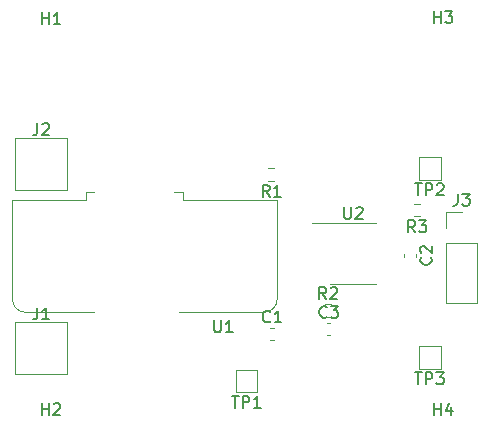
<source format=gbr>
G04 #@! TF.GenerationSoftware,KiCad,Pcbnew,(5.0.2)-1*
G04 #@! TF.CreationDate,2021-01-16T16:16:25+09:00*
G04 #@! TF.ProjectId,LEMCurrentSensor,4c454d43-7572-4726-956e-7453656e736f,rev?*
G04 #@! TF.SameCoordinates,Original*
G04 #@! TF.FileFunction,Legend,Top*
G04 #@! TF.FilePolarity,Positive*
%FSLAX46Y46*%
G04 Gerber Fmt 4.6, Leading zero omitted, Abs format (unit mm)*
G04 Created by KiCad (PCBNEW (5.0.2)-1) date 2021/01/16 16:16:25*
%MOMM*%
%LPD*%
G01*
G04 APERTURE LIST*
%ADD10C,0.120000*%
%ADD11C,0.150000*%
G04 APERTURE END LIST*
D10*
G04 #@! TO.C,U1*
X71350000Y-34640000D02*
X65150000Y-34640000D01*
X79570000Y-33940000D02*
X78850000Y-33940000D01*
X72070000Y-44160000D02*
X66260000Y-44160000D01*
X65150000Y-43050000D02*
G75*
G03X66260000Y-44160000I1110000J0D01*
G01*
X87570000Y-43050000D02*
G75*
G02X86460000Y-44160000I-1110000J0D01*
G01*
X71350000Y-33940000D02*
X71350000Y-34640000D01*
X79570000Y-33940000D02*
X79570000Y-34640000D01*
X87570000Y-34640000D02*
X87570000Y-43040000D01*
X65150000Y-34640000D02*
X65150000Y-43050000D01*
X87570000Y-34640000D02*
X79570000Y-34640000D01*
X72080000Y-33940000D02*
X71350000Y-33940000D01*
X86450000Y-44160000D02*
X79220000Y-44160000D01*
G04 #@! TO.C,C1*
X86991233Y-46510000D02*
X87283767Y-46510000D01*
X86991233Y-45490000D02*
X87283767Y-45490000D01*
G04 #@! TO.C,C2*
X99310000Y-39191233D02*
X99310000Y-39483767D01*
X98290000Y-39191233D02*
X98290000Y-39483767D01*
G04 #@! TO.C,C3*
X91791233Y-45090000D02*
X92083767Y-45090000D01*
X91791233Y-46110000D02*
X92083767Y-46110000D01*
G04 #@! TO.C,J2*
X65400000Y-29400000D02*
X69800000Y-29400000D01*
X69800000Y-29400000D02*
X69800000Y-33800000D01*
X69800000Y-33800000D02*
X65400000Y-33800000D01*
X65400000Y-33800000D02*
X65400000Y-29400000D01*
G04 #@! TO.C,J3*
X101870000Y-43410000D02*
X104530000Y-43410000D01*
X101870000Y-38270000D02*
X101870000Y-43410000D01*
X104530000Y-38270000D02*
X104530000Y-43410000D01*
X101870000Y-38270000D02*
X104530000Y-38270000D01*
X101870000Y-37000000D02*
X101870000Y-35670000D01*
X101870000Y-35670000D02*
X103200000Y-35670000D01*
G04 #@! TO.C,R1*
X87342224Y-33022500D02*
X86832776Y-33022500D01*
X87342224Y-31977500D02*
X86832776Y-31977500D01*
G04 #@! TO.C,R2*
X91632776Y-43477500D02*
X92142224Y-43477500D01*
X91632776Y-44522500D02*
X92142224Y-44522500D01*
G04 #@! TO.C,R3*
X99667224Y-34977500D02*
X99157776Y-34977500D01*
X99667224Y-36022500D02*
X99157776Y-36022500D01*
G04 #@! TO.C,TP1*
X85900000Y-49050000D02*
X84050000Y-49050000D01*
X85900000Y-49100000D02*
X85900000Y-49050000D01*
X85900000Y-50950000D02*
X85900000Y-49100000D01*
X84050000Y-50950000D02*
X85900000Y-50950000D01*
X84050000Y-49050000D02*
X84050000Y-50950000D01*
G04 #@! TO.C,TP2*
X99550000Y-31050000D02*
X99550000Y-32950000D01*
X99550000Y-32950000D02*
X101400000Y-32950000D01*
X101400000Y-32950000D02*
X101400000Y-31100000D01*
X101400000Y-31100000D02*
X101400000Y-31050000D01*
X101400000Y-31050000D02*
X99550000Y-31050000D01*
G04 #@! TO.C,J1*
X65400000Y-45000000D02*
X69800000Y-45000000D01*
X69800000Y-45000000D02*
X69800000Y-49400000D01*
X69800000Y-49400000D02*
X65400000Y-49400000D01*
X65400000Y-49400000D02*
X65400000Y-45000000D01*
G04 #@! TO.C,U2*
X94000000Y-41760000D02*
X95950000Y-41760000D01*
X94000000Y-41760000D02*
X92050000Y-41760000D01*
X94000000Y-36640000D02*
X95950000Y-36640000D01*
X94000000Y-36640000D02*
X90550000Y-36640000D01*
G04 #@! TO.C,TP3*
X99550000Y-47050000D02*
X99550000Y-48950000D01*
X99550000Y-48950000D02*
X101400000Y-48950000D01*
X101400000Y-48950000D02*
X101400000Y-47100000D01*
X101400000Y-47100000D02*
X101400000Y-47050000D01*
X101400000Y-47050000D02*
X99550000Y-47050000D01*
G04 #@! TO.C,U1*
D11*
X82238095Y-44852380D02*
X82238095Y-45661904D01*
X82285714Y-45757142D01*
X82333333Y-45804761D01*
X82428571Y-45852380D01*
X82619047Y-45852380D01*
X82714285Y-45804761D01*
X82761904Y-45757142D01*
X82809523Y-45661904D01*
X82809523Y-44852380D01*
X83809523Y-45852380D02*
X83238095Y-45852380D01*
X83523809Y-45852380D02*
X83523809Y-44852380D01*
X83428571Y-44995238D01*
X83333333Y-45090476D01*
X83238095Y-45138095D01*
G04 #@! TO.C,C1*
X86970833Y-44927142D02*
X86923214Y-44974761D01*
X86780357Y-45022380D01*
X86685119Y-45022380D01*
X86542261Y-44974761D01*
X86447023Y-44879523D01*
X86399404Y-44784285D01*
X86351785Y-44593809D01*
X86351785Y-44450952D01*
X86399404Y-44260476D01*
X86447023Y-44165238D01*
X86542261Y-44070000D01*
X86685119Y-44022380D01*
X86780357Y-44022380D01*
X86923214Y-44070000D01*
X86970833Y-44117619D01*
X87923214Y-45022380D02*
X87351785Y-45022380D01*
X87637500Y-45022380D02*
X87637500Y-44022380D01*
X87542261Y-44165238D01*
X87447023Y-44260476D01*
X87351785Y-44308095D01*
G04 #@! TO.C,C2*
X100587142Y-39504166D02*
X100634761Y-39551785D01*
X100682380Y-39694642D01*
X100682380Y-39789880D01*
X100634761Y-39932738D01*
X100539523Y-40027976D01*
X100444285Y-40075595D01*
X100253809Y-40123214D01*
X100110952Y-40123214D01*
X99920476Y-40075595D01*
X99825238Y-40027976D01*
X99730000Y-39932738D01*
X99682380Y-39789880D01*
X99682380Y-39694642D01*
X99730000Y-39551785D01*
X99777619Y-39504166D01*
X99777619Y-39123214D02*
X99730000Y-39075595D01*
X99682380Y-38980357D01*
X99682380Y-38742261D01*
X99730000Y-38647023D01*
X99777619Y-38599404D01*
X99872857Y-38551785D01*
X99968095Y-38551785D01*
X100110952Y-38599404D01*
X100682380Y-39170833D01*
X100682380Y-38551785D01*
G04 #@! TO.C,C3*
X91770833Y-44527142D02*
X91723214Y-44574761D01*
X91580357Y-44622380D01*
X91485119Y-44622380D01*
X91342261Y-44574761D01*
X91247023Y-44479523D01*
X91199404Y-44384285D01*
X91151785Y-44193809D01*
X91151785Y-44050952D01*
X91199404Y-43860476D01*
X91247023Y-43765238D01*
X91342261Y-43670000D01*
X91485119Y-43622380D01*
X91580357Y-43622380D01*
X91723214Y-43670000D01*
X91770833Y-43717619D01*
X92104166Y-43622380D02*
X92723214Y-43622380D01*
X92389880Y-44003333D01*
X92532738Y-44003333D01*
X92627976Y-44050952D01*
X92675595Y-44098571D01*
X92723214Y-44193809D01*
X92723214Y-44431904D01*
X92675595Y-44527142D01*
X92627976Y-44574761D01*
X92532738Y-44622380D01*
X92247023Y-44622380D01*
X92151785Y-44574761D01*
X92104166Y-44527142D01*
G04 #@! TO.C,J2*
X67266666Y-28154380D02*
X67266666Y-28868666D01*
X67219047Y-29011523D01*
X67123809Y-29106761D01*
X66980952Y-29154380D01*
X66885714Y-29154380D01*
X67695238Y-28249619D02*
X67742857Y-28202000D01*
X67838095Y-28154380D01*
X68076190Y-28154380D01*
X68171428Y-28202000D01*
X68219047Y-28249619D01*
X68266666Y-28344857D01*
X68266666Y-28440095D01*
X68219047Y-28582952D01*
X67647619Y-29154380D01*
X68266666Y-29154380D01*
G04 #@! TO.C,J3*
X102866666Y-34122380D02*
X102866666Y-34836666D01*
X102819047Y-34979523D01*
X102723809Y-35074761D01*
X102580952Y-35122380D01*
X102485714Y-35122380D01*
X103247619Y-34122380D02*
X103866666Y-34122380D01*
X103533333Y-34503333D01*
X103676190Y-34503333D01*
X103771428Y-34550952D01*
X103819047Y-34598571D01*
X103866666Y-34693809D01*
X103866666Y-34931904D01*
X103819047Y-35027142D01*
X103771428Y-35074761D01*
X103676190Y-35122380D01*
X103390476Y-35122380D01*
X103295238Y-35074761D01*
X103247619Y-35027142D01*
G04 #@! TO.C,R1*
X86920833Y-34382380D02*
X86587500Y-33906190D01*
X86349404Y-34382380D02*
X86349404Y-33382380D01*
X86730357Y-33382380D01*
X86825595Y-33430000D01*
X86873214Y-33477619D01*
X86920833Y-33572857D01*
X86920833Y-33715714D01*
X86873214Y-33810952D01*
X86825595Y-33858571D01*
X86730357Y-33906190D01*
X86349404Y-33906190D01*
X87873214Y-34382380D02*
X87301785Y-34382380D01*
X87587500Y-34382380D02*
X87587500Y-33382380D01*
X87492261Y-33525238D01*
X87397023Y-33620476D01*
X87301785Y-33668095D01*
G04 #@! TO.C,R2*
X91720833Y-43022380D02*
X91387500Y-42546190D01*
X91149404Y-43022380D02*
X91149404Y-42022380D01*
X91530357Y-42022380D01*
X91625595Y-42070000D01*
X91673214Y-42117619D01*
X91720833Y-42212857D01*
X91720833Y-42355714D01*
X91673214Y-42450952D01*
X91625595Y-42498571D01*
X91530357Y-42546190D01*
X91149404Y-42546190D01*
X92101785Y-42117619D02*
X92149404Y-42070000D01*
X92244642Y-42022380D01*
X92482738Y-42022380D01*
X92577976Y-42070000D01*
X92625595Y-42117619D01*
X92673214Y-42212857D01*
X92673214Y-42308095D01*
X92625595Y-42450952D01*
X92054166Y-43022380D01*
X92673214Y-43022380D01*
G04 #@! TO.C,R3*
X99245833Y-37382380D02*
X98912500Y-36906190D01*
X98674404Y-37382380D02*
X98674404Y-36382380D01*
X99055357Y-36382380D01*
X99150595Y-36430000D01*
X99198214Y-36477619D01*
X99245833Y-36572857D01*
X99245833Y-36715714D01*
X99198214Y-36810952D01*
X99150595Y-36858571D01*
X99055357Y-36906190D01*
X98674404Y-36906190D01*
X99579166Y-36382380D02*
X100198214Y-36382380D01*
X99864880Y-36763333D01*
X100007738Y-36763333D01*
X100102976Y-36810952D01*
X100150595Y-36858571D01*
X100198214Y-36953809D01*
X100198214Y-37191904D01*
X100150595Y-37287142D01*
X100102976Y-37334761D01*
X100007738Y-37382380D01*
X99722023Y-37382380D01*
X99626785Y-37334761D01*
X99579166Y-37287142D01*
G04 #@! TO.C,TP1*
X83738095Y-51252380D02*
X84309523Y-51252380D01*
X84023809Y-52252380D02*
X84023809Y-51252380D01*
X84642857Y-52252380D02*
X84642857Y-51252380D01*
X85023809Y-51252380D01*
X85119047Y-51300000D01*
X85166666Y-51347619D01*
X85214285Y-51442857D01*
X85214285Y-51585714D01*
X85166666Y-51680952D01*
X85119047Y-51728571D01*
X85023809Y-51776190D01*
X84642857Y-51776190D01*
X86166666Y-52252380D02*
X85595238Y-52252380D01*
X85880952Y-52252380D02*
X85880952Y-51252380D01*
X85785714Y-51395238D01*
X85690476Y-51490476D01*
X85595238Y-51538095D01*
G04 #@! TO.C,TP2*
X99238095Y-33252380D02*
X99809523Y-33252380D01*
X99523809Y-34252380D02*
X99523809Y-33252380D01*
X100142857Y-34252380D02*
X100142857Y-33252380D01*
X100523809Y-33252380D01*
X100619047Y-33300000D01*
X100666666Y-33347619D01*
X100714285Y-33442857D01*
X100714285Y-33585714D01*
X100666666Y-33680952D01*
X100619047Y-33728571D01*
X100523809Y-33776190D01*
X100142857Y-33776190D01*
X101095238Y-33347619D02*
X101142857Y-33300000D01*
X101238095Y-33252380D01*
X101476190Y-33252380D01*
X101571428Y-33300000D01*
X101619047Y-33347619D01*
X101666666Y-33442857D01*
X101666666Y-33538095D01*
X101619047Y-33680952D01*
X101047619Y-34252380D01*
X101666666Y-34252380D01*
G04 #@! TO.C,J1*
X67266666Y-43754380D02*
X67266666Y-44468666D01*
X67219047Y-44611523D01*
X67123809Y-44706761D01*
X66980952Y-44754380D01*
X66885714Y-44754380D01*
X68266666Y-44754380D02*
X67695238Y-44754380D01*
X67980952Y-44754380D02*
X67980952Y-43754380D01*
X67885714Y-43897238D01*
X67790476Y-43992476D01*
X67695238Y-44040095D01*
G04 #@! TO.C,U2*
X93238095Y-35252380D02*
X93238095Y-36061904D01*
X93285714Y-36157142D01*
X93333333Y-36204761D01*
X93428571Y-36252380D01*
X93619047Y-36252380D01*
X93714285Y-36204761D01*
X93761904Y-36157142D01*
X93809523Y-36061904D01*
X93809523Y-35252380D01*
X94238095Y-35347619D02*
X94285714Y-35300000D01*
X94380952Y-35252380D01*
X94619047Y-35252380D01*
X94714285Y-35300000D01*
X94761904Y-35347619D01*
X94809523Y-35442857D01*
X94809523Y-35538095D01*
X94761904Y-35680952D01*
X94190476Y-36252380D01*
X94809523Y-36252380D01*
G04 #@! TO.C,H1*
X67638095Y-19752380D02*
X67638095Y-18752380D01*
X67638095Y-19228571D02*
X68209523Y-19228571D01*
X68209523Y-19752380D02*
X68209523Y-18752380D01*
X69209523Y-19752380D02*
X68638095Y-19752380D01*
X68923809Y-19752380D02*
X68923809Y-18752380D01*
X68828571Y-18895238D01*
X68733333Y-18990476D01*
X68638095Y-19038095D01*
G04 #@! TO.C,H2*
X67638095Y-52852380D02*
X67638095Y-51852380D01*
X67638095Y-52328571D02*
X68209523Y-52328571D01*
X68209523Y-52852380D02*
X68209523Y-51852380D01*
X68638095Y-51947619D02*
X68685714Y-51900000D01*
X68780952Y-51852380D01*
X69019047Y-51852380D01*
X69114285Y-51900000D01*
X69161904Y-51947619D01*
X69209523Y-52042857D01*
X69209523Y-52138095D01*
X69161904Y-52280952D01*
X68590476Y-52852380D01*
X69209523Y-52852380D01*
G04 #@! TO.C,H3*
X100838095Y-19652380D02*
X100838095Y-18652380D01*
X100838095Y-19128571D02*
X101409523Y-19128571D01*
X101409523Y-19652380D02*
X101409523Y-18652380D01*
X101790476Y-18652380D02*
X102409523Y-18652380D01*
X102076190Y-19033333D01*
X102219047Y-19033333D01*
X102314285Y-19080952D01*
X102361904Y-19128571D01*
X102409523Y-19223809D01*
X102409523Y-19461904D01*
X102361904Y-19557142D01*
X102314285Y-19604761D01*
X102219047Y-19652380D01*
X101933333Y-19652380D01*
X101838095Y-19604761D01*
X101790476Y-19557142D01*
G04 #@! TO.C,H4*
X100838095Y-52852380D02*
X100838095Y-51852380D01*
X100838095Y-52328571D02*
X101409523Y-52328571D01*
X101409523Y-52852380D02*
X101409523Y-51852380D01*
X102314285Y-52185714D02*
X102314285Y-52852380D01*
X102076190Y-51804761D02*
X101838095Y-52519047D01*
X102457142Y-52519047D01*
G04 #@! TO.C,TP3*
X99238095Y-49252380D02*
X99809523Y-49252380D01*
X99523809Y-50252380D02*
X99523809Y-49252380D01*
X100142857Y-50252380D02*
X100142857Y-49252380D01*
X100523809Y-49252380D01*
X100619047Y-49300000D01*
X100666666Y-49347619D01*
X100714285Y-49442857D01*
X100714285Y-49585714D01*
X100666666Y-49680952D01*
X100619047Y-49728571D01*
X100523809Y-49776190D01*
X100142857Y-49776190D01*
X101047619Y-49252380D02*
X101666666Y-49252380D01*
X101333333Y-49633333D01*
X101476190Y-49633333D01*
X101571428Y-49680952D01*
X101619047Y-49728571D01*
X101666666Y-49823809D01*
X101666666Y-50061904D01*
X101619047Y-50157142D01*
X101571428Y-50204761D01*
X101476190Y-50252380D01*
X101190476Y-50252380D01*
X101095238Y-50204761D01*
X101047619Y-50157142D01*
G04 #@! TD*
M02*

</source>
